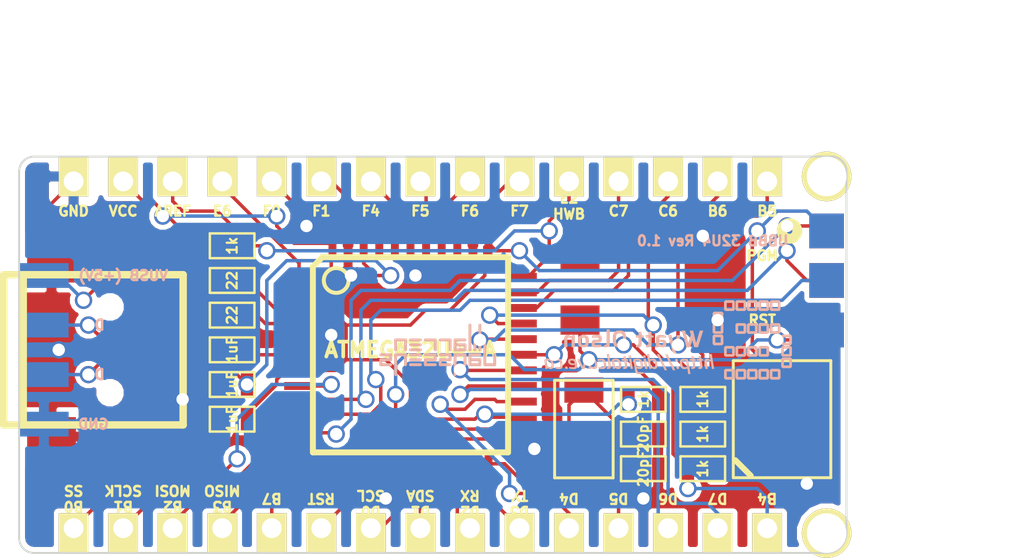
<source format=kicad_pcb>
(kicad_pcb (version 3) (host pcbnew "(22-Jun-2014 BZR 4027)-stable")
  (layers (15 F.Cu signal) (0 B.Cu signal) (18 B.Paste user) (19 F.Paste user) (20 B.SilkS user) (21 F.SilkS user) (22 B.Mask user) (23 F.Mask user) (28 Edge.Cuts user))
  (net 0 "")
  (net 1 +5V)
  (net 2 /AREF)
  (net 3 /B0)
  (net 4 /B1)
  (net 5 /B2)
  (net 6 /B3)
  (net 7 /B4)
  (net 8 /B5)
  (net 9 /B6)
  (net 10 /B7)
  (net 11 /C6)
  (net 12 /C7)
  (net 13 /D+)
  (net 14 /D-)
  (net 15 /D0)
  (net 16 /D1)
  (net 17 /D2)
  (net 18 /D3)
  (net 19 /D4)
  (net 20 /D5)
  (net 21 /D6)
  (net 22 /D7)
  (net 23 /E2)
  (net 24 /E6)
  (net 25 /F0)
  (net 26 /F1)
  (net 27 /F4)
  (net 28 /F5)
  (net 29 /F6)
  (net 30 /F7)
  (net 31 /RESET)
  (net 32 GND)
  (net 33 N-0000011)
  (net 34 N-0000012)
  (net 35 N-0000013)
  (net 36 N-0000029)
  (net 37 N-0000035)
  (net 38 N-0000039)
  (net 39 N-0000040)
  (net 40 N-0000041)
  (module PIN_ARRAY_4x1 (layer B.Cu) (at 26.416 41.656 90)
    (fp_text reference PIN_ARRAY_4X1 hide)
    (fp_text value Val** hide)
    (pad 1 smd rect (at -3.81 0 90) (size 1.27 2.54) (layers B.Cu B.Paste B.Mask) (net 32 GND))
    (pad 2 smd rect (at -1.27 0 90) (size 1.27 2.54) (layers B.Cu B.Paste B.Mask) (net 13 /D+))
    (pad 3 smd rect (at 1.27 0 90) (size 1.27 2.54) (layers B.Cu B.Paste B.Mask) (net 14 /D-))
    (pad 4 smd rect (at 3.81 0 90) (size 1.27 2.54) (layers B.Cu B.Paste B.Mask) (net 1 +5V))
  )
  (module 1pin (layer F.Cu) (at 66.548 51.054)
    (fp_text reference 1PIN hide)
    (fp_text value P*** hide)
    (pad 1 thru_hole circle (at 0 0) (size 2.54 2.54) (drill 2.032) (layers *.Cu *.Mask F.SilkS))
  )
  (module 1pin (layer F.Cu) (at 66.548 32.766)
    (fp_text reference 1PIN hide)
    (fp_text value P*** hide)
    (pad 1 thru_hole circle (at 0 0) (size 2.54 2.54) (drill 2.032) (layers *.Cu *.Mask F.SilkS))
  )
  (module ISP_EDGE (layer F.Cu) (at 69.088 38.1 90)
    (fp_text reference P1 hide)
    (fp_text value ISP hide)
    (pad 5 smd rect (at -2.54 -2.54 90) (size 1.778 1.778) (layers F.Cu F.Paste F.Mask) (net 31 /RESET))
    (pad 3 smd rect (at 0 -2.54 90) (size 1.778 1.778) (layers F.Cu F.Paste F.Mask) (net 4 /B1))
    (pad 1 smd rect (at 2.54 -2.54 90) (size 1.778 1.778) (layers F.Cu F.Paste F.Mask) (net 6 /B3))
    (pad 6 smd rect (at -2.54 -2.54 90) (size 1.778 1.778) (layers B.Cu F.Paste F.Mask) (net 32 GND))
    (pad 4 smd rect (at 0 -2.54 90) (size 1.778 1.778) (layers B.Cu F.Paste F.Mask) (net 5 /B2))
    (pad 2 smd rect (at 2.54 -2.54 90) (size 1.778 1.778) (layers B.Cu F.Paste F.Mask) (net 1 +5V))
  )
  (module DIGITALCAVE_LOGO_WIDE_SMALL_REVERSE (layer F.Cu) (at 58.42 41.148)
    (fp_text reference VAL hide)
    (fp_text value DIGITALCAVE_LOGO_WIDE_SMALL_REVERSE hide)
  )
  (module PIN_ARRAY_5x1 (layer F.Cu) (at 33.02 50.8 180)
    (fp_text reference P7 hide)
    (fp_text value CONN_5 hide)
    (pad 1 thru_hole rect (at -5.08 0 180) (size 1.524 2.032) (drill 1.016 (offset 0 -0.254)) (layers *.Cu *.Mask F.SilkS) (net 10 /B7))
    (pad 2 thru_hole rect (at -2.54 0 180) (size 1.524 2.032) (drill 1.016 (offset 0 -0.254)) (layers *.Cu *.Mask F.SilkS) (net 6 /B3))
    (pad 3 thru_hole rect (at 0 0 180) (size 1.524 2.032) (drill 1.016 (offset 0 -0.254)) (layers *.Cu *.Mask F.SilkS) (net 5 /B2))
    (pad 4 thru_hole rect (at 2.54 0 180) (size 1.524 2.032) (drill 1.016 (offset 0 -0.254)) (layers *.Cu *.Mask F.SilkS) (net 4 /B1))
    (pad 5 thru_hole rect (at 5.08 0 180) (size 1.524 2.032) (drill 1.016 (offset 0 -0.254)) (layers *.Cu *.Mask F.SilkS) (net 3 /B0))
  )
  (module PIN_ARRAY_5x1 (layer F.Cu) (at 45.72 50.8 180)
    (fp_text reference P6 hide)
    (fp_text value CONN_5 hide)
    (pad 1 thru_hole rect (at -5.08 0 180) (size 1.524 2.032) (drill 1.016 (offset 0 -0.254)) (layers *.Cu *.Mask F.SilkS) (net 18 /D3))
    (pad 2 thru_hole rect (at -2.54 0 180) (size 1.524 2.032) (drill 1.016 (offset 0 -0.254)) (layers *.Cu *.Mask F.SilkS) (net 17 /D2))
    (pad 3 thru_hole rect (at 0 0 180) (size 1.524 2.032) (drill 1.016 (offset 0 -0.254)) (layers *.Cu *.Mask F.SilkS) (net 16 /D1))
    (pad 4 thru_hole rect (at 2.54 0 180) (size 1.524 2.032) (drill 1.016 (offset 0 -0.254)) (layers *.Cu *.Mask F.SilkS) (net 15 /D0))
    (pad 5 thru_hole rect (at 5.08 0 180) (size 1.524 2.032) (drill 1.016 (offset 0 -0.254)) (layers *.Cu *.Mask F.SilkS) (net 31 /RESET))
  )
  (module PIN_ARRAY_5x1 (layer F.Cu) (at 58.42 50.8 180)
    (fp_text reference P5 hide)
    (fp_text value CONN_5 hide)
    (pad 1 thru_hole rect (at -5.08 0 180) (size 1.524 2.032) (drill 1.016 (offset 0 -0.254)) (layers *.Cu *.Mask F.SilkS) (net 7 /B4))
    (pad 2 thru_hole rect (at -2.54 0 180) (size 1.524 2.032) (drill 1.016 (offset 0 -0.254)) (layers *.Cu *.Mask F.SilkS) (net 22 /D7))
    (pad 3 thru_hole rect (at 0 0 180) (size 1.524 2.032) (drill 1.016 (offset 0 -0.254)) (layers *.Cu *.Mask F.SilkS) (net 21 /D6))
    (pad 4 thru_hole rect (at 2.54 0 180) (size 1.524 2.032) (drill 1.016 (offset 0 -0.254)) (layers *.Cu *.Mask F.SilkS) (net 20 /D5))
    (pad 5 thru_hole rect (at 5.08 0 180) (size 1.524 2.032) (drill 1.016 (offset 0 -0.254)) (layers *.Cu *.Mask F.SilkS) (net 19 /D4))
  )
  (module PIN_ARRAY_5x1 (layer F.Cu) (at 58.42 33.02)
    (fp_text reference P4 hide)
    (fp_text value CONN_5 hide)
    (pad 1 thru_hole rect (at -5.08 0) (size 1.524 2.032) (drill 1.016 (offset 0 -0.254)) (layers *.Cu *.Mask F.SilkS) (net 23 /E2))
    (pad 2 thru_hole rect (at -2.54 0) (size 1.524 2.032) (drill 1.016 (offset 0 -0.254)) (layers *.Cu *.Mask F.SilkS) (net 12 /C7))
    (pad 3 thru_hole rect (at 0 0) (size 1.524 2.032) (drill 1.016 (offset 0 -0.254)) (layers *.Cu *.Mask F.SilkS) (net 11 /C6))
    (pad 4 thru_hole rect (at 2.54 0) (size 1.524 2.032) (drill 1.016 (offset 0 -0.254)) (layers *.Cu *.Mask F.SilkS) (net 9 /B6))
    (pad 5 thru_hole rect (at 5.08 0) (size 1.524 2.032) (drill 1.016 (offset 0 -0.254)) (layers *.Cu *.Mask F.SilkS) (net 8 /B5))
  )
  (module PIN_ARRAY_5x1 (layer F.Cu) (at 45.72 33.02)
    (fp_text reference P3 hide)
    (fp_text value CONN_5 hide)
    (pad 1 thru_hole rect (at -5.08 0) (size 1.524 2.032) (drill 1.016 (offset 0 -0.254)) (layers *.Cu *.Mask F.SilkS) (net 26 /F1))
    (pad 2 thru_hole rect (at -2.54 0) (size 1.524 2.032) (drill 1.016 (offset 0 -0.254)) (layers *.Cu *.Mask F.SilkS) (net 27 /F4))
    (pad 3 thru_hole rect (at 0 0) (size 1.524 2.032) (drill 1.016 (offset 0 -0.254)) (layers *.Cu *.Mask F.SilkS) (net 28 /F5))
    (pad 4 thru_hole rect (at 2.54 0) (size 1.524 2.032) (drill 1.016 (offset 0 -0.254)) (layers *.Cu *.Mask F.SilkS) (net 29 /F6))
    (pad 5 thru_hole rect (at 5.08 0) (size 1.524 2.032) (drill 1.016 (offset 0 -0.254)) (layers *.Cu *.Mask F.SilkS) (net 30 /F7))
  )
  (module PIN_ARRAY_5x1 (layer F.Cu) (at 33.02 33.02)
    (fp_text reference P2 hide)
    (fp_text value CONN_5 hide)
    (pad 1 thru_hole rect (at -5.08 0) (size 1.524 2.032) (drill 1.016 (offset 0 -0.254)) (layers *.Cu *.Mask F.SilkS) (net 32 GND))
    (pad 2 thru_hole rect (at -2.54 0) (size 1.524 2.032) (drill 1.016 (offset 0 -0.254)) (layers *.Cu *.Mask F.SilkS) (net 1 +5V))
    (pad 3 thru_hole rect (at 0 0) (size 1.524 2.032) (drill 1.016 (offset 0 -0.254)) (layers *.Cu *.Mask F.SilkS) (net 2 /AREF))
    (pad 4 thru_hole rect (at 2.54 0) (size 1.524 2.032) (drill 1.016 (offset 0 -0.254)) (layers *.Cu *.Mask F.SilkS) (net 24 /E6))
    (pad 5 thru_hole rect (at 5.08 0) (size 1.524 2.032) (drill 1.016 (offset 0 -0.254)) (layers *.Cu *.Mask F.SilkS) (net 25 /F0))
  )
  (module SW_6x3 (layer F.Cu) (at 57.404 40.132 180)
    (fp_text reference SW1 hide)
    (fp_text value SW_PUSH_SMALL hide)
    (pad 1 smd rect (at -3.5 0 180) (size 2 1.5) (layers F.Cu F.Paste F.Mask) (net 32 GND))
    (pad 2 smd rect (at 3.5 0 180) (size 2 1.5) (layers F.Cu F.Paste F.Mask) (net 31 /RESET))
  )
  (module SW_6x3 (layer F.Cu) (at 57.404 36.83)
    (fp_text reference SW2 hide)
    (fp_text value SW_PUSH_SMALL hide)
    (pad 1 smd rect (at -3.5 0) (size 2 1.5) (layers F.Cu F.Paste F.Mask) (net 23 /E2))
    (pad 2 smd rect (at 3.5 0) (size 2 1.5) (layers F.Cu F.Paste F.Mask) (net 32 GND))
  )
  (module USB_MINI_B_fixed (layer F.Cu) (at 28.956 41.656)
    (fp_text reference CON1 hide)
    (fp_text value USB-MINI-B hide)
    (pad 1 smd rect (at 3.44932 -1.6002) (size 2.30124 0.50038) (layers F.Cu F.Paste F.Mask) (net 1 +5V))
    (pad 2 smd rect (at 3.44932 -0.8001) (size 2.30124 0.50038) (layers F.Cu F.Paste F.Mask) (net 14 /D-))
    (pad 3 smd rect (at 3.44932 0) (size 2.30124 0.50038) (layers F.Cu F.Paste F.Mask) (net 13 /D+))
    (pad 4 smd rect (at 3.44932 0.8001) (size 2.30124 0.50038) (layers F.Cu F.Paste F.Mask))
    (pad 5 smd rect (at 3.44932 1.6002) (size 2.30124 0.50038) (layers F.Cu F.Paste F.Mask) (net 32 GND))
    (pad 6 smd rect (at 3.35026 -4.45008) (size 2.49936 1.99898) (layers F.Cu F.Paste F.Mask) (net 32 GND))
    (pad 7 smd rect (at -2.14884 -4.45008) (size 2.49936 1.99898) (layers F.Cu F.Paste F.Mask) (net 32 GND))
    (pad 8 smd rect (at 3.35026 4.45008) (size 2.49936 1.99898) (layers F.Cu F.Paste F.Mask) (net 32 GND))
    (pad 9 smd rect (at -2.14884 4.45008) (size 2.49936 1.99898) (layers F.Cu F.Paste F.Mask) (net 32 GND))
    (pad "" np_thru_hole circle (at 0.8509 -2.19964) (size 0.89916 0.89916) (drill 0.89916) (layers *.Cu *.Mask F.SilkS))
    (pad "" np_thru_hole circle (at 0.8509 2.19964) (size 0.89916 0.89916) (drill 0.89916) (layers *.Cu *.Mask F.SilkS))
  )
  (module TQFP44 (layer F.Cu) (at 45.212 41.91)
    (fp_text reference U1 hide)
    (fp_text value ATMEGA32U4-A (at 0 -0.254) (layer F.SilkS) (effects (font (size 0.762 0.762) (thickness 0.1905))))
    (pad 39 smd rect (at 0 -5.715) (size 0.4064 1.524) (layers F.Cu F.Paste F.Mask) (net 27 /F4))
    (pad 40 smd rect (at -0.8001 -5.715) (size 0.4064 1.524) (layers F.Cu F.Paste F.Mask) (net 26 /F1))
    (pad 41 smd rect (at -1.6002 -5.715) (size 0.4064 1.524) (layers F.Cu F.Paste F.Mask) (net 25 /F0))
    (pad 42 smd rect (at -2.4003 -5.715) (size 0.4064 1.524) (layers F.Cu F.Paste F.Mask) (net 2 /AREF))
    (pad 43 smd rect (at -3.2004 -5.715) (size 0.4064 1.524) (layers F.Cu F.Paste F.Mask) (net 32 GND))
    (pad 44 smd rect (at -4.0005 -5.715) (size 0.4064 1.524) (layers F.Cu F.Paste F.Mask) (net 1 +5V))
    (pad 38 smd rect (at 0.8001 -5.715) (size 0.4064 1.524) (layers F.Cu F.Paste F.Mask) (net 28 /F5))
    (pad 37 smd rect (at 1.6002 -5.715) (size 0.4064 1.524) (layers F.Cu F.Paste F.Mask) (net 29 /F6))
    (pad 36 smd rect (at 2.4003 -5.715) (size 0.4064 1.524) (layers F.Cu F.Paste F.Mask) (net 30 /F7))
    (pad 35 smd rect (at 3.2004 -5.715) (size 0.4064 1.524) (layers F.Cu F.Paste F.Mask) (net 32 GND))
    (pad 34 smd rect (at 4.0005 -5.715) (size 0.4064 1.524) (layers F.Cu F.Paste F.Mask) (net 1 +5V))
    (pad 17 smd rect (at 0 5.715) (size 0.4064 1.524) (layers F.Cu F.Paste F.Mask) (net 40 N-0000041))
    (pad 16 smd rect (at -0.8001 5.715) (size 0.4064 1.524) (layers F.Cu F.Paste F.Mask) (net 37 N-0000035))
    (pad 15 smd rect (at -1.6002 5.715) (size 0.4064 1.524) (layers F.Cu F.Paste F.Mask) (net 32 GND))
    (pad 14 smd rect (at -2.4003 5.715) (size 0.4064 1.524) (layers F.Cu F.Paste F.Mask) (net 1 +5V))
    (pad 13 smd rect (at -3.2004 5.715) (size 0.4064 1.524) (layers F.Cu F.Paste F.Mask) (net 31 /RESET))
    (pad 12 smd rect (at -4.0005 5.715) (size 0.4064 1.524) (layers F.Cu F.Paste F.Mask) (net 10 /B7))
    (pad 18 smd rect (at 0.8001 5.715) (size 0.4064 1.524) (layers F.Cu F.Paste F.Mask) (net 15 /D0))
    (pad 19 smd rect (at 1.6002 5.715) (size 0.4064 1.524) (layers F.Cu F.Paste F.Mask) (net 16 /D1))
    (pad 20 smd rect (at 2.4003 5.715) (size 0.4064 1.524) (layers F.Cu F.Paste F.Mask) (net 17 /D2))
    (pad 21 smd rect (at 3.2004 5.715) (size 0.4064 1.524) (layers F.Cu F.Paste F.Mask) (net 18 /D3))
    (pad 22 smd rect (at 4.0005 5.715) (size 0.4064 1.524) (layers F.Cu F.Paste F.Mask) (net 20 /D5))
    (pad 6 smd rect (at -5.715 0) (size 1.524 0.4064) (layers F.Cu F.Paste F.Mask) (net 39 N-0000040))
    (pad 28 smd rect (at 5.715 0) (size 1.524 0.4064) (layers F.Cu F.Paste F.Mask) (net 7 /B4))
    (pad 7 smd rect (at -5.715 0.8001) (size 1.524 0.4064) (layers F.Cu F.Paste F.Mask) (net 1 +5V))
    (pad 27 smd rect (at 5.715 0.8001) (size 1.524 0.4064) (layers F.Cu F.Paste F.Mask) (net 22 /D7))
    (pad 26 smd rect (at 5.715 1.6002) (size 1.524 0.4064) (layers F.Cu F.Paste F.Mask) (net 21 /D6))
    (pad 8 smd rect (at -5.715 1.6002) (size 1.524 0.4064) (layers F.Cu F.Paste F.Mask) (net 3 /B0))
    (pad 9 smd rect (at -5.715 2.4003) (size 1.524 0.4064) (layers F.Cu F.Paste F.Mask) (net 4 /B1))
    (pad 25 smd rect (at 5.715 2.4003) (size 1.524 0.4064) (layers F.Cu F.Paste F.Mask) (net 19 /D4))
    (pad 24 smd rect (at 5.715 3.2004) (size 1.524 0.4064) (layers F.Cu F.Paste F.Mask) (net 1 +5V))
    (pad 10 smd rect (at -5.715 3.2004) (size 1.524 0.4064) (layers F.Cu F.Paste F.Mask) (net 5 /B2))
    (pad 11 smd rect (at -5.715 4.0005) (size 1.524 0.4064) (layers F.Cu F.Paste F.Mask) (net 6 /B3))
    (pad 23 smd rect (at 5.715 4.0005) (size 1.524 0.4064) (layers F.Cu F.Paste F.Mask) (net 32 GND))
    (pad 29 smd rect (at 5.715 -0.8001) (size 1.524 0.4064) (layers F.Cu F.Paste F.Mask) (net 8 /B5))
    (pad 5 smd rect (at -5.715 -0.8001) (size 1.524 0.4064) (layers F.Cu F.Paste F.Mask) (net 32 GND))
    (pad 4 smd rect (at -5.715 -1.6002) (size 1.524 0.4064) (layers F.Cu F.Paste F.Mask) (net 38 N-0000039))
    (pad 30 smd rect (at 5.715 -1.6002) (size 1.524 0.4064) (layers F.Cu F.Paste F.Mask) (net 9 /B6))
    (pad 31 smd rect (at 5.715 -2.4003) (size 1.524 0.4064) (layers F.Cu F.Paste F.Mask) (net 11 /C6))
    (pad 3 smd rect (at -5.715 -2.4003) (size 1.524 0.4064) (layers F.Cu F.Paste F.Mask) (net 36 N-0000029))
    (pad 2 smd rect (at -5.715 -3.2004) (size 1.524 0.4064) (layers F.Cu F.Paste F.Mask) (net 1 +5V))
    (pad 32 smd rect (at 5.715 -3.2004) (size 1.524 0.4064) (layers F.Cu F.Paste F.Mask) (net 12 /C7))
    (pad 33 smd rect (at 5.715 -4.0005) (size 1.524 0.4064) (layers F.Cu F.Paste F.Mask) (net 23 /E2))
    (pad 1 smd rect (at -5.715 -4.0005) (size 1.524 0.4064) (layers F.Cu F.Paste F.Mask) (net 24 /E6))
  )
  (module SM0603_VALUE (layer F.Cu) (at 36.068 36.322 180)
    (fp_text reference R6 hide)
    (fp_text value 1k (at 0 0 270) (layer F.SilkS) (effects (font (size 0.508 0.508) (thickness 0.1143))))
    (pad 1 smd rect (at -0.762 0 180) (size 0.635 1.143) (layers F.Cu F.Paste F.Mask) (net 23 /E2))
    (pad 2 smd rect (at 0.762 0 180) (size 0.635 1.143) (layers F.Cu F.Paste F.Mask) (net 1 +5V))
  )
  (module SM0603_VALUE (layer F.Cu) (at 60.198 47.752 180)
    (fp_text reference R5 hide)
    (fp_text value 1k (at 0 0 270) (layer F.SilkS) (effects (font (size 0.508 0.508) (thickness 0.1143))))
    (pad 1 smd rect (at -0.762 0 180) (size 0.635 1.143) (layers F.Cu F.Paste F.Mask) (net 35 N-0000013))
    (pad 2 smd rect (at 0.762 0 180) (size 0.635 1.143) (layers F.Cu F.Paste F.Mask) (net 7 /B4))
  )
  (module SM0603_VALUE (layer F.Cu) (at 57.15 44.196)
    (fp_text reference R4 hide)
    (fp_text value 1k (at 0 0 90) (layer F.SilkS) (effects (font (size 0.508 0.508) (thickness 0.1143))))
    (pad 1 smd rect (at -0.762 0) (size 0.635 1.143) (layers F.Cu F.Paste F.Mask) (net 1 +5V))
    (pad 2 smd rect (at 0.762 0) (size 0.635 1.143) (layers F.Cu F.Paste F.Mask) (net 31 /RESET))
  )
  (module SM0603_VALUE (layer F.Cu) (at 57.15 45.974)
    (fp_text reference C2 hide)
    (fp_text value 20pF (at 0 0 90) (layer F.SilkS) (effects (font (size 0.508 0.508) (thickness 0.1143))))
    (pad 1 smd rect (at -0.762 0) (size 0.635 1.143) (layers F.Cu F.Paste F.Mask) (net 37 N-0000035))
    (pad 2 smd rect (at 0.762 0) (size 0.635 1.143) (layers F.Cu F.Paste F.Mask) (net 32 GND))
  )
  (module SM0603_VALUE (layer F.Cu) (at 57.15 47.752)
    (fp_text reference C1 hide)
    (fp_text value 20pF (at 0 0 90) (layer F.SilkS) (effects (font (size 0.508 0.508) (thickness 0.1143))))
    (pad 1 smd rect (at -0.762 0) (size 0.635 1.143) (layers F.Cu F.Paste F.Mask) (net 40 N-0000041))
    (pad 2 smd rect (at 0.762 0) (size 0.635 1.143) (layers F.Cu F.Paste F.Mask) (net 32 GND))
  )
  (module SM0603_VALUE (layer F.Cu) (at 36.068 39.878)
    (fp_text reference R2 hide)
    (fp_text value 22 (at 0 0 90) (layer F.SilkS) (effects (font (size 0.508 0.508) (thickness 0.1143))))
    (pad 1 smd rect (at -0.762 0) (size 0.635 1.143) (layers F.Cu F.Paste F.Mask) (net 13 /D+))
    (pad 2 smd rect (at 0.762 0) (size 0.635 1.143) (layers F.Cu F.Paste F.Mask) (net 38 N-0000039))
  )
  (module SM0603_VALUE (layer F.Cu) (at 36.068 38.1)
    (fp_text reference R3 hide)
    (fp_text value 22 (at 0 0 90) (layer F.SilkS) (effects (font (size 0.508 0.508) (thickness 0.1143))))
    (pad 1 smd rect (at -0.762 0) (size 0.635 1.143) (layers F.Cu F.Paste F.Mask) (net 14 /D-))
    (pad 2 smd rect (at 0.762 0) (size 0.635 1.143) (layers F.Cu F.Paste F.Mask) (net 36 N-0000029))
  )
  (module SM0603_VALUE (layer F.Cu) (at 36.068 41.656)
    (fp_text reference C4 hide)
    (fp_text value 1uF (at 0 0 90) (layer F.SilkS) (effects (font (size 0.508 0.508) (thickness 0.1143))))
    (pad 1 smd rect (at -0.762 0) (size 0.635 1.143) (layers F.Cu F.Paste F.Mask) (net 32 GND))
    (pad 2 smd rect (at 0.762 0) (size 0.635 1.143) (layers F.Cu F.Paste F.Mask) (net 39 N-0000040))
  )
  (module SM0603_VALUE (layer F.Cu) (at 36.068 43.434)
    (fp_text reference C3 hide)
    (fp_text value 1uF (at 0 0 90) (layer F.SilkS) (effects (font (size 0.508 0.508) (thickness 0.1143))))
    (pad 1 smd rect (at -0.762 0) (size 0.635 1.143) (layers F.Cu F.Paste F.Mask) (net 32 GND))
    (pad 2 smd rect (at 0.762 0) (size 0.635 1.143) (layers F.Cu F.Paste F.Mask) (net 2 /AREF))
  )
  (module CRYSTAL_SMD_5x3.2 (layer F.Cu) (at 54.102 45.72 270)
    (fp_text reference X1 hide)
    (fp_text value CRYSTAL hide)
    (pad 1 smd rect (at -2 0 270) (size 1.3 2) (layers F.Cu F.Paste F.Mask) (net 37 N-0000035))
    (pad 2 smd rect (at 2 0 270) (size 1.3 2) (layers F.Cu F.Paste F.Mask) (net 40 N-0000041))
  )
  (module SM0603_VALUE (layer F.Cu) (at 36.068 45.212 180)
    (fp_text reference C5 hide)
    (fp_text value 1uF (at 0 0 270) (layer F.SilkS) (effects (font (size 0.508 0.508) (thickness 0.1143))))
    (pad 1 smd rect (at -0.762 0 180) (size 0.635 1.143) (layers F.Cu F.Paste F.Mask) (net 1 +5V))
    (pad 2 smd rect (at 0.762 0 180) (size 0.635 1.143) (layers F.Cu F.Paste F.Mask) (net 32 GND))
  )
  (module SM0603_VALUE (layer F.Cu) (at 60.198 45.974 180)
    (fp_text reference R7 hide)
    (fp_text value 1k (at 0 0 270) (layer F.SilkS) (effects (font (size 0.508 0.508) (thickness 0.1143))))
    (pad 1 smd rect (at -0.762 0 180) (size 0.635 1.143) (layers F.Cu F.Paste F.Mask) (net 34 N-0000012))
    (pad 2 smd rect (at 0.762 0 180) (size 0.635 1.143) (layers F.Cu F.Paste F.Mask) (net 8 /B5))
  )
  (module SM0603_VALUE (layer F.Cu) (at 60.198 44.196 180)
    (fp_text reference R8 hide)
    (fp_text value 1k (at 0 0 270) (layer F.SilkS) (effects (font (size 0.508 0.508) (thickness 0.1143))))
    (pad 1 smd rect (at -0.762 0 180) (size 0.635 1.143) (layers F.Cu F.Paste F.Mask) (net 33 N-0000011))
    (pad 2 smd rect (at 0.762 0 180) (size 0.635 1.143) (layers F.Cu F.Paste F.Mask) (net 9 /B6))
  )
  (module LED_RGB_4-PLCC (layer F.Cu) (at 64.262 45.212 90)
    (fp_text reference D2 hide)
    (fp_text value RGB_LED_COMMON_ANODE hide)
    (pad 1 smd rect (at -1.5 -1 90) (size 1.5 1.2) (layers F.Cu F.Paste F.Mask) (net 35 N-0000013))
    (pad 2 smd rect (at -1.5 1 90) (size 1.5 1.2) (layers F.Cu F.Paste F.Mask) (net 1 +5V))
    (pad 3 smd rect (at 1.5 1 90) (size 1.5 1.2) (layers F.Cu F.Paste F.Mask) (net 34 N-0000012))
    (pad 4 smd rect (at 1.5 -1 90) (size 1.5 1.2) (layers F.Cu F.Paste F.Mask) (net 33 N-0000011))
  )
  (module WJ10 (layer B.Cu) (at 46.736 41.91 180)
    (fp_text reference WJ10 hide)
    (fp_text value VAL** hide)
  )
  (gr_text GND (at 28.956 45.466) (layer B.SilkS) (effects (font (size 0.508 0.508) (thickness 0.127)) (justify mirror)))
  (gr_text D+ (at 28.956 42.926) (layer B.SilkS) (effects (font (size 0.508 0.508) (thickness 0.127)) (justify mirror)))
  (gr_text D- (at 28.956 40.386) (layer B.SilkS) (effects (font (size 0.508 0.508) (thickness 0.127)) (justify mirror)))
  (gr_text "VUSB (+5V)" (at 30.48 37.846) (layer B.SilkS) (effects (font (size 0.508 0.508) (thickness 0.127)) (justify mirror)))
  (gr_line (start 25.908 31.75) (end 66.802 31.75) (angle 90) (layer Edge.Cuts) (width 0.1))
  (gr_line (start 66.548 52.07) (end 25.908 52.07) (angle 90) (layer Edge.Cuts) (width 0.1))
  (gr_text "UBBB 32U4 Rev 1.0" (at 60.706 36.068) (layer B.SilkS) (effects (font (size 0.508 0.508) (thickness 0.127)) (justify mirror)))
  (gr_line (start 67.564 51.054) (end 67.564 32.512) (angle 90) (layer Edge.Cuts) (width 0.1))
  (gr_line (start 25.146 32.512) (end 25.146 51.308) (angle 90) (layer Edge.Cuts) (width 0.1))
  (gr_arc (start 25.908 32.512) (end 25.146 32.512) (angle 90) (layer Edge.Cuts) (width 0.1))
  (gr_arc (start 25.908 51.308) (end 25.908 52.07) (angle 90) (layer Edge.Cuts) (width 0.1))
  (gr_arc (start 66.548 51.054) (end 67.564 51.054) (angle 90) (layer Edge.Cuts) (width 0.1))
  (gr_arc (start 66.802 32.512) (end 66.802 31.75) (angle 90) (layer Edge.Cuts) (width 0.1))
  (gr_text "B0\nSS" (at 27.94 49.276 180) (layer F.SilkS) (effects (font (size 0.508 0.508) (thickness 0.127))))
  (gr_text "B1\nSCLK" (at 30.48 49.276 180) (layer F.SilkS) (effects (font (size 0.508 0.508) (thickness 0.127))))
  (gr_text "B2\nMOSI" (at 33.02 49.276 180) (layer F.SilkS) (effects (font (size 0.508 0.508) (thickness 0.127))))
  (gr_text "B3\nMISO" (at 35.56 49.276 180) (layer F.SilkS) (effects (font (size 0.508 0.508) (thickness 0.127))))
  (gr_text B7 (at 38.1 49.276 180) (layer F.SilkS) (effects (font (size 0.508 0.508) (thickness 0.127))))
  (gr_text RST (at 40.64 49.276 180) (layer F.SilkS) (effects (font (size 0.508 0.508) (thickness 0.127))))
  (gr_text "D0\nSCL" (at 43.18 49.53 180) (layer F.SilkS) (effects (font (size 0.508 0.508) (thickness 0.127))))
  (gr_text "D1\nSDA" (at 45.72 49.53 180) (layer F.SilkS) (effects (font (size 0.508 0.508) (thickness 0.127))))
  (gr_text "D2\nRX" (at 48.26 49.53 180) (layer F.SilkS) (effects (font (size 0.508 0.508) (thickness 0.127))))
  (gr_text "D3\nTX" (at 50.8 49.53 180) (layer F.SilkS) (effects (font (size 0.508 0.508) (thickness 0.127))))
  (gr_text D4 (at 53.34 49.276 180) (layer F.SilkS) (effects (font (size 0.508 0.508) (thickness 0.127))))
  (gr_text D5 (at 55.88 49.276 180) (layer F.SilkS) (effects (font (size 0.508 0.508) (thickness 0.127))))
  (gr_text D6 (at 58.42 49.276 180) (layer F.SilkS) (effects (font (size 0.508 0.508) (thickness 0.127))))
  (gr_text D7 (at 60.96 49.276 180) (layer F.SilkS) (effects (font (size 0.508 0.508) (thickness 0.127))))
  (gr_text B4 (at 63.5 49.276 180) (layer F.SilkS) (effects (font (size 0.508 0.508) (thickness 0.127))))
  (gr_text B5 (at 63.5 34.544) (layer F.SilkS) (effects (font (size 0.508 0.508) (thickness 0.127))))
  (gr_text B6 (at 60.96 34.544) (layer F.SilkS) (effects (font (size 0.508 0.508) (thickness 0.127))))
  (gr_text C6 (at 58.42 34.544) (layer F.SilkS) (effects (font (size 0.508 0.508) (thickness 0.127))))
  (gr_text C7 (at 55.88 34.544) (layer F.SilkS) (effects (font (size 0.508 0.508) (thickness 0.127))))
  (gr_text "E2\nHWB" (at 53.34 34.29) (layer F.SilkS) (effects (font (size 0.508 0.508) (thickness 0.127))))
  (gr_text F7 (at 50.8 34.544) (layer F.SilkS) (effects (font (size 0.508 0.508) (thickness 0.127))))
  (gr_text F6 (at 48.26 34.544) (layer F.SilkS) (effects (font (size 0.508 0.508) (thickness 0.127))))
  (gr_text F5 (at 45.72 34.544) (layer F.SilkS) (effects (font (size 0.508 0.508) (thickness 0.127))))
  (gr_text F4 (at 43.18 34.544) (layer F.SilkS) (effects (font (size 0.508 0.508) (thickness 0.127))))
  (gr_text F1 (at 40.64 34.544) (layer F.SilkS) (effects (font (size 0.508 0.508) (thickness 0.127))))
  (gr_text F0 (at 38.1 34.544) (layer F.SilkS) (effects (font (size 0.508 0.508) (thickness 0.127))))
  (gr_text E6 (at 35.56 34.544) (layer F.SilkS) (effects (font (size 0.508 0.508) (thickness 0.127))))
  (gr_text AREF (at 33.02 34.544) (layer F.SilkS) (effects (font (size 0.508 0.508) (thickness 0.127))))
  (gr_text VCC (at 30.48 34.544) (layer F.SilkS) (effects (font (size 0.508 0.508) (thickness 0.127))))
  (gr_text GND (at 27.94 34.544) (layer F.SilkS) (effects (font (size 0.508 0.508) (thickness 0.127))))
  (gr_text RST (at 63.246 40.132) (layer F.SilkS) (effects (font (size 0.508 0.508) (thickness 0.127))))
  (gr_text PGM (at 63.246 36.83) (layer F.SilkS) (effects (font (size 0.508 0.508) (thickness 0.127))))
  (segment (start 50.8 36.576) (end 49.5935 36.576) (width 0.1778) (layer F.Cu) (net 1))
  (segment (start 49.5935 36.576) (end 49.2125 36.195) (width 0.1778) (layer F.Cu) (net 1))
  (segment (start 38.354 34.798) (end 38.354 35.306) (width 0.1778) (layer F.Cu) (net 1))
  (segment (start 39.243 36.195) (end 41.2115 36.195) (width 0.1778) (layer F.Cu) (net 1))
  (segment (start 38.354 35.306) (end 39.243 36.195) (width 0.1778) (layer F.Cu) (net 1))
  (segment (start 35.306 36.322) (end 34.29 36.322) (width 0.1778) (layer F.Cu) (net 1))
  (via (at 38.354 34.798) (size 0.889) (layers F.Cu B.Cu) (net 1))
  (segment (start 38.354 34.798) (end 32.512 34.798) (width 0.1778) (layer B.Cu) (net 1))
  (via (at 32.512 34.798) (size 0.889) (layers F.Cu B.Cu) (net 1))
  (segment (start 32.766 34.798) (end 32.512 34.798) (width 0.1778) (layer F.Cu) (net 1))
  (segment (start 34.29 38.354) (end 34.29 36.322) (width 0.1778) (layer F.Cu) (net 1))
  (segment (start 32.5882 40.0558) (end 34.29 38.354) (width 0.1778) (layer F.Cu) (net 1))
  (segment (start 32.40532 40.0558) (end 32.5882 40.0558) (width 0.1778) (layer F.Cu) (net 1))
  (segment (start 34.29 36.322) (end 32.766 34.798) (width 0.1778) (layer F.Cu) (net 1))
  (segment (start 32.766 34.798) (end 32.004 34.036) (width 0.1778) (layer F.Cu) (net 1))
  (segment (start 32.004 34.036) (end 31.496 34.036) (width 0.1778) (layer F.Cu) (net 1))
  (segment (start 31.496 34.036) (end 30.48 33.02) (width 0.1778) (layer F.Cu) (net 1))
  (segment (start 32.40532 40.0558) (end 31.9278 40.0558) (width 0.1778) (layer F.Cu) (net 1))
  (segment (start 27.178 37.846) (end 26.416 37.846) (width 0.1778) (layer B.Cu) (net 1))
  (segment (start 28.448 39.116) (end 27.178 37.846) (width 0.1778) (layer B.Cu) (net 1))
  (via (at 28.448 39.116) (size 0.889) (layers F.Cu B.Cu) (net 1))
  (segment (start 29.21 38.354) (end 28.448 39.116) (width 0.1778) (layer F.Cu) (net 1))
  (segment (start 30.226 38.354) (end 29.21 38.354) (width 0.1778) (layer F.Cu) (net 1))
  (segment (start 31.9278 40.0558) (end 30.226 38.354) (width 0.1778) (layer F.Cu) (net 1))
  (segment (start 49.022 44.958) (end 48.768 44.958) (width 0.1778) (layer F.Cu) (net 1))
  (segment (start 48.514 45.212) (end 45.212 45.212) (width 0.1778) (layer F.Cu) (net 1))
  (segment (start 48.768 44.958) (end 48.514 45.212) (width 0.1778) (layer F.Cu) (net 1))
  (segment (start 50.927 45.1104) (end 49.1744 45.1104) (width 0.1778) (layer F.Cu) (net 1))
  (segment (start 55.372 44.958) (end 55.88 44.45) (width 0.1778) (layer B.Cu) (net 1))
  (segment (start 49.022 44.958) (end 55.372 44.958) (width 0.1778) (layer B.Cu) (net 1))
  (via (at 49.022 44.958) (size 0.889) (layers F.Cu B.Cu) (net 1))
  (segment (start 49.1744 45.1104) (end 49.022 44.958) (width 0.1778) (layer F.Cu) (net 1))
  (segment (start 56.388 44.45) (end 56.388 44.196) (width 0.1778) (layer F.Cu) (net 1))
  (via (at 56.388 44.45) (size 0.889) (layers F.Cu B.Cu) (net 1))
  (segment (start 55.88 44.45) (end 56.388 44.45) (width 0.1778) (layer B.Cu) (net 1))
  (segment (start 64.008 34.544) (end 65.532 34.544) (width 0.1778) (layer B.Cu) (net 1))
  (segment (start 65.532 34.544) (end 66.548 35.56) (width 0.1778) (layer B.Cu) (net 1))
  (segment (start 62.738 39.116) (end 64.008 39.116) (width 0.1778) (layer F.Cu) (net 1))
  (segment (start 65.786 42.164) (end 63.246 42.164) (width 0.1778) (layer F.Cu) (net 1))
  (segment (start 62.738 35.814) (end 62.992 35.56) (width 0.1778) (layer F.Cu) (net 1))
  (segment (start 62.738 41.656) (end 62.738 39.116) (width 0.1778) (layer F.Cu) (net 1))
  (segment (start 62.738 39.116) (end 62.738 35.814) (width 0.1778) (layer F.Cu) (net 1))
  (segment (start 63.246 42.164) (end 62.738 41.656) (width 0.1778) (layer F.Cu) (net 1))
  (segment (start 65.786 42.164) (end 66.294 42.672) (width 0.1778) (layer F.Cu) (net 1))
  (segment (start 66.294 45.68) (end 65.262 46.712) (width 0.1778) (layer F.Cu) (net 1))
  (segment (start 66.294 42.672) (end 66.294 45.68) (width 0.1778) (layer F.Cu) (net 1))
  (via (at 62.992 35.56) (size 0.889) (layers F.Cu B.Cu) (net 1))
  (segment (start 45.212 45.212) (end 45.212 44.196) (width 0.1778) (layer F.Cu) (net 1))
  (segment (start 45.212 43.434) (end 43.942 42.164) (width 0.1778) (layer F.Cu) (net 1))
  (segment (start 43.942 42.164) (end 41.91 42.164) (width 0.1778) (layer F.Cu) (net 1))
  (segment (start 45.212 44.196) (end 45.212 43.434) (width 0.1778) (layer F.Cu) (net 1))
  (segment (start 49.022 37.846) (end 49.022 36.3855) (width 0.1778) (layer F.Cu) (net 1))
  (segment (start 47.244 39.624) (end 45.974 39.624) (width 0.1778) (layer F.Cu) (net 1))
  (segment (start 45.212 40.386) (end 41.91 40.386) (width 0.1778) (layer F.Cu) (net 1))
  (segment (start 45.974 39.624) (end 45.212 40.386) (width 0.1778) (layer F.Cu) (net 1))
  (segment (start 49.022 36.3855) (end 49.2125 36.195) (width 0.1778) (layer F.Cu) (net 1))
  (segment (start 47.244 39.624) (end 49.022 37.846) (width 0.1778) (layer F.Cu) (net 1))
  (via (at 50.8 36.576) (size 0.889) (layers F.Cu B.Cu) (net 1))
  (segment (start 50.8 36.576) (end 51.816 37.592) (width 0.1778) (layer B.Cu) (net 1))
  (segment (start 51.816 37.592) (end 60.96 37.592) (width 0.1778) (layer B.Cu) (net 1))
  (segment (start 60.96 37.592) (end 62.992 35.56) (width 0.1778) (layer B.Cu) (net 1))
  (segment (start 62.992 35.56) (end 64.008 34.544) (width 0.1778) (layer B.Cu) (net 1))
  (segment (start 41.148 38.608) (end 41.148 39.624) (width 0.1778) (layer F.Cu) (net 1))
  (segment (start 41.148 39.624) (end 41.91 40.386) (width 0.1778) (layer F.Cu) (net 1))
  (segment (start 41.3639 42.7101) (end 39.497 42.7101) (width 0.1778) (layer F.Cu) (net 1))
  (segment (start 41.91 42.164) (end 41.3639 42.7101) (width 0.1778) (layer F.Cu) (net 1))
  (segment (start 41.91 40.386) (end 41.91 42.164) (width 0.1778) (layer F.Cu) (net 1))
  (segment (start 42.8117 46.8503) (end 42.8117 47.625) (width 0.1778) (layer F.Cu) (net 1))
  (segment (start 45.212 45.212) (end 43.942 46.482) (width 0.1778) (layer F.Cu) (net 1))
  (segment (start 43.942 46.482) (end 43.18 46.482) (width 0.1778) (layer F.Cu) (net 1))
  (segment (start 43.18 46.482) (end 42.8117 46.8503) (width 0.1778) (layer F.Cu) (net 1))
  (segment (start 36.83 45.212) (end 36.83 44.958) (width 0.1778) (layer F.Cu) (net 1))
  (segment (start 36.83 44.958) (end 38.354 43.434) (width 0.1778) (layer F.Cu) (net 1))
  (segment (start 38.354 43.434) (end 38.354 43.18) (width 0.1778) (layer F.Cu) (net 1))
  (segment (start 38.354 43.18) (end 38.8239 42.7101) (width 0.1778) (layer F.Cu) (net 1))
  (segment (start 38.8239 42.7101) (end 39.497 42.7101) (width 0.1778) (layer F.Cu) (net 1))
  (segment (start 41.148 38.608) (end 41.148 36.2585) (width 0.1778) (layer F.Cu) (net 1))
  (segment (start 41.148 36.2585) (end 41.2115 36.195) (width 0.1778) (layer F.Cu) (net 1))
  (segment (start 40.2844 38.7096) (end 39.497 38.7096) (width 0.1778) (layer F.Cu) (net 1))
  (segment (start 40.386 38.608) (end 40.2844 38.7096) (width 0.1778) (layer F.Cu) (net 1))
  (segment (start 41.148 38.608) (end 40.386 38.608) (width 0.1778) (layer F.Cu) (net 1))
  (segment (start 44.196 37.846) (end 43.434 37.846) (width 0.1778) (layer F.Cu) (net 2))
  (segment (start 42.8117 37.2237) (end 42.8117 36.195) (width 0.1778) (layer F.Cu) (net 2))
  (segment (start 43.434 37.846) (end 42.8117 37.2237) (width 0.1778) (layer F.Cu) (net 2))
  (segment (start 37.846 42.418) (end 36.83 43.434) (width 0.1778) (layer B.Cu) (net 2))
  (segment (start 37.846 38.1) (end 37.846 42.418) (width 0.1778) (layer B.Cu) (net 2))
  (segment (start 38.862 37.084) (end 37.846 38.1) (width 0.1778) (layer B.Cu) (net 2))
  (segment (start 43.434 37.084) (end 38.862 37.084) (width 0.1778) (layer B.Cu) (net 2))
  (segment (start 44.196 37.846) (end 43.434 37.084) (width 0.1778) (layer B.Cu) (net 2))
  (via (at 44.196 37.846) (size 0.889) (layers F.Cu B.Cu) (net 2))
  (via (at 36.83 43.434) (size 0.889) (layers F.Cu B.Cu) (net 2))
  (segment (start 36.068 42.418) (end 36.068 42.672) (width 0.1778) (layer F.Cu) (net 2))
  (segment (start 33.02 34.036) (end 33.02 33.02) (width 0.1778) (layer F.Cu) (net 2))
  (segment (start 33.528 34.544) (end 33.02 34.036) (width 0.1778) (layer F.Cu) (net 2))
  (segment (start 35.306 34.544) (end 33.528 34.544) (width 0.1778) (layer F.Cu) (net 2))
  (segment (start 36.068 35.306) (end 35.306 34.544) (width 0.1778) (layer F.Cu) (net 2))
  (segment (start 36.068 42.418) (end 36.068 35.306) (width 0.1778) (layer F.Cu) (net 2))
  (segment (start 36.068 42.672) (end 36.83 43.434) (width 0.1778) (layer F.Cu) (net 2))
  (segment (start 36.322 47.244) (end 36.322 45.212) (width 0.1778) (layer B.Cu) (net 3))
  (segment (start 41.0718 43.5102) (end 39.497 43.5102) (width 0.1778) (layer F.Cu) (net 3))
  (segment (start 41.148 43.434) (end 41.0718 43.5102) (width 0.1778) (layer F.Cu) (net 3))
  (via (at 41.148 43.434) (size 0.889) (layers F.Cu B.Cu) (net 3))
  (segment (start 38.1 43.434) (end 41.148 43.434) (width 0.1778) (layer B.Cu) (net 3))
  (segment (start 36.322 45.212) (end 38.1 43.434) (width 0.1778) (layer B.Cu) (net 3))
  (via (at 36.322 47.244) (size 0.889) (layers F.Cu B.Cu) (net 3))
  (segment (start 35.052 48.514) (end 30.226 48.514) (width 0.1778) (layer F.Cu) (net 3))
  (segment (start 36.322 47.244) (end 35.052 48.514) (width 0.1778) (layer F.Cu) (net 3))
  (segment (start 30.226 48.514) (end 27.94 50.8) (width 0.1778) (layer F.Cu) (net 3))
  (segment (start 64.516 36.576) (end 64.516 37.084) (width 0.1778) (layer F.Cu) (net 4))
  (segment (start 65.532 38.1) (end 66.548 38.1) (width 0.1778) (layer F.Cu) (net 4))
  (segment (start 64.516 37.084) (end 65.532 38.1) (width 0.1778) (layer F.Cu) (net 4))
  (segment (start 47.498 39.116) (end 43.18 39.116) (width 0.1778) (layer B.Cu) (net 4))
  (segment (start 40.5257 44.3103) (end 39.497 44.3103) (width 0.1778) (layer F.Cu) (net 4))
  (segment (start 40.64 44.196) (end 40.5257 44.3103) (width 0.1778) (layer F.Cu) (net 4))
  (segment (start 42.926 44.196) (end 40.64 44.196) (width 0.1778) (layer F.Cu) (net 4))
  (via (at 42.926 44.196) (size 0.889) (layers F.Cu B.Cu) (net 4))
  (segment (start 42.672 43.942) (end 42.926 44.196) (width 0.1778) (layer B.Cu) (net 4))
  (segment (start 42.672 39.624) (end 42.672 43.942) (width 0.1778) (layer B.Cu) (net 4))
  (segment (start 43.18 39.116) (end 42.672 39.624) (width 0.1778) (layer B.Cu) (net 4))
  (segment (start 47.498 39.116) (end 48.006 38.608) (width 0.1778) (layer B.Cu) (net 4))
  (via (at 64.516 36.576) (size 0.889) (layers F.Cu B.Cu) (net 4))
  (segment (start 62.484 38.608) (end 64.516 36.576) (width 0.1778) (layer B.Cu) (net 4))
  (segment (start 48.006 38.608) (end 62.484 38.608) (width 0.1778) (layer B.Cu) (net 4))
  (segment (start 30.48 50.8) (end 32.258 49.022) (width 0.1778) (layer F.Cu) (net 4))
  (segment (start 38.2397 44.3103) (end 39.497 44.3103) (width 0.1778) (layer F.Cu) (net 4))
  (segment (start 37.592 44.958) (end 38.2397 44.3103) (width 0.1778) (layer F.Cu) (net 4))
  (segment (start 37.592 46.99) (end 37.592 44.958) (width 0.1778) (layer F.Cu) (net 4))
  (segment (start 35.56 49.022) (end 37.592 46.99) (width 0.1778) (layer F.Cu) (net 4))
  (segment (start 32.258 49.022) (end 35.56 49.022) (width 0.1778) (layer F.Cu) (net 4))
  (segment (start 64.262 39.116) (end 65.278 38.1) (width 0.1778) (layer B.Cu) (net 5))
  (segment (start 65.278 38.1) (end 66.548 38.1) (width 0.1778) (layer B.Cu) (net 5))
  (segment (start 47.752 39.624) (end 43.688 39.624) (width 0.1778) (layer B.Cu) (net 5))
  (segment (start 40.2336 45.1104) (end 39.497 45.1104) (width 0.1778) (layer F.Cu) (net 5))
  (segment (start 40.386 44.958) (end 40.2336 45.1104) (width 0.1778) (layer F.Cu) (net 5))
  (segment (start 43.18 44.958) (end 40.386 44.958) (width 0.1778) (layer F.Cu) (net 5))
  (segment (start 43.688 44.45) (end 43.18 44.958) (width 0.1778) (layer F.Cu) (net 5))
  (segment (start 43.688 43.434) (end 43.688 44.45) (width 0.1778) (layer F.Cu) (net 5))
  (segment (start 43.434 43.18) (end 43.688 43.434) (width 0.1778) (layer F.Cu) (net 5))
  (via (at 43.434 43.18) (size 0.889) (layers F.Cu B.Cu) (net 5))
  (segment (start 43.18 42.926) (end 43.434 43.18) (width 0.1778) (layer B.Cu) (net 5))
  (segment (start 43.18 40.132) (end 43.18 42.926) (width 0.1778) (layer B.Cu) (net 5))
  (segment (start 43.688 39.624) (end 43.18 40.132) (width 0.1778) (layer B.Cu) (net 5))
  (segment (start 47.752 39.624) (end 48.26 39.116) (width 0.1778) (layer B.Cu) (net 5))
  (segment (start 48.26 39.116) (end 64.262 39.116) (width 0.1778) (layer B.Cu) (net 5))
  (segment (start 33.02 50.8) (end 33.02 50.546) (width 0.1778) (layer F.Cu) (net 5))
  (segment (start 33.02 50.546) (end 34.036 49.53) (width 0.1778) (layer F.Cu) (net 5))
  (segment (start 38.1 45.466) (end 38.4556 45.1104) (width 0.1778) (layer F.Cu) (net 5))
  (segment (start 38.1 47.244) (end 38.1 45.466) (width 0.1778) (layer F.Cu) (net 5))
  (segment (start 35.814 49.53) (end 38.1 47.244) (width 0.1778) (layer F.Cu) (net 5))
  (segment (start 34.036 49.53) (end 35.814 49.53) (width 0.1778) (layer F.Cu) (net 5))
  (segment (start 39.497 45.1104) (end 38.4556 45.1104) (width 0.1778) (layer F.Cu) (net 5))
  (segment (start 64.516 35.306) (end 66.294 35.306) (width 0.1778) (layer F.Cu) (net 6))
  (segment (start 66.294 35.306) (end 66.548 35.56) (width 0.1778) (layer F.Cu) (net 6))
  (segment (start 47.244 38.608) (end 42.672 38.608) (width 0.1778) (layer B.Cu) (net 6))
  (segment (start 42.164 45.212) (end 41.402 45.974) (width 0.1778) (layer B.Cu) (net 6))
  (segment (start 42.164 39.116) (end 42.164 45.212) (width 0.1778) (layer B.Cu) (net 6))
  (segment (start 42.672 38.608) (end 42.164 39.116) (width 0.1778) (layer B.Cu) (net 6))
  (segment (start 47.244 38.608) (end 47.752 38.1) (width 0.1778) (layer B.Cu) (net 6))
  (via (at 64.516 35.306) (size 0.889) (layers F.Cu B.Cu) (net 6))
  (segment (start 61.722 38.1) (end 64.516 35.306) (width 0.1778) (layer B.Cu) (net 6))
  (segment (start 47.752 38.1) (end 61.722 38.1) (width 0.1778) (layer B.Cu) (net 6))
  (segment (start 41.402 45.974) (end 41.3385 45.9105) (width 0.1778) (layer F.Cu) (net 6))
  (segment (start 41.3385 45.9105) (end 39.497 45.9105) (width 0.1778) (layer F.Cu) (net 6))
  (via (at 41.402 45.974) (size 0.889) (layers F.Cu B.Cu) (net 6))
  (segment (start 35.56 50.8) (end 35.56 50.546) (width 0.1778) (layer F.Cu) (net 6))
  (segment (start 35.56 50.546) (end 39.497 46.609) (width 0.1778) (layer F.Cu) (net 6))
  (segment (start 39.497 46.609) (end 39.497 45.9105) (width 0.1778) (layer F.Cu) (net 6))
  (segment (start 58.674 46.99) (end 58.674 43.027602) (width 0.1778) (layer F.Cu) (net 7))
  (segment (start 56.642 41.402) (end 56.134 41.402) (width 0.1778) (layer F.Cu) (net 7))
  (segment (start 57.912 42.672) (end 56.642 41.402) (width 0.1778) (layer F.Cu) (net 7))
  (segment (start 58.318398 42.672) (end 57.912 42.672) (width 0.1778) (layer F.Cu) (net 7))
  (segment (start 58.674 43.027602) (end 58.318398 42.672) (width 0.1778) (layer F.Cu) (net 7))
  (via (at 56.134 41.402) (size 0.889) (layers F.Cu B.Cu) (net 7))
  (segment (start 52.578 41.91) (end 53.086 41.402) (width 0.1778) (layer B.Cu) (net 7))
  (segment (start 50.927 41.91) (end 52.578 41.91) (width 0.1778) (layer F.Cu) (net 7))
  (via (at 52.578 41.91) (size 0.889) (layers F.Cu B.Cu) (net 7))
  (segment (start 53.086 41.402) (end 56.134 41.402) (width 0.1778) (layer B.Cu) (net 7))
  (segment (start 58.674 46.99) (end 59.436 47.752) (width 0.1778) (layer F.Cu) (net 7))
  (segment (start 59.436 47.752) (end 59.436 48.768) (width 0.1778) (layer F.Cu) (net 7))
  (via (at 59.436 48.768) (size 0.889) (layers F.Cu B.Cu) (net 7))
  (segment (start 59.436 48.768) (end 62.992 48.768) (width 0.1778) (layer B.Cu) (net 7))
  (segment (start 62.992 48.768) (end 63.5 49.276) (width 0.1778) (layer B.Cu) (net 7))
  (segment (start 63.5 49.276) (end 63.5 50.8) (width 0.1778) (layer B.Cu) (net 7))
  (segment (start 60.198 45.212) (end 60.198 41.91) (width 0.1778) (layer F.Cu) (net 8))
  (segment (start 59.69 41.402) (end 58.928 41.402) (width 0.1778) (layer F.Cu) (net 8))
  (segment (start 60.198 41.91) (end 59.69 41.402) (width 0.1778) (layer F.Cu) (net 8))
  (segment (start 58.928 41.402) (end 57.404 41.402) (width 0.1778) (layer B.Cu) (net 8))
  (segment (start 48.8061 41.1099) (end 48.768 41.148) (width 0.1778) (layer F.Cu) (net 8))
  (via (at 48.768 41.148) (size 0.889) (layers F.Cu B.Cu) (net 8))
  (segment (start 48.768 41.148) (end 49.53 41.148) (width 0.1778) (layer B.Cu) (net 8))
  (segment (start 49.53 41.148) (end 50.038 40.64) (width 0.1778) (layer B.Cu) (net 8))
  (segment (start 50.927 41.1099) (end 48.8061 41.1099) (width 0.1778) (layer F.Cu) (net 8))
  (segment (start 50.038 40.64) (end 56.642 40.64) (width 0.1778) (layer B.Cu) (net 8))
  (via (at 58.928 41.402) (size 0.889) (layers F.Cu B.Cu) (net 8))
  (segment (start 57.404 41.402) (end 56.642 40.64) (width 0.1778) (layer B.Cu) (net 8))
  (segment (start 59.436 45.974) (end 60.198 45.212) (width 0.1778) (layer F.Cu) (net 8))
  (segment (start 63.5 34.29) (end 63.5 33.02) (width 0.1778) (layer F.Cu) (net 8))
  (segment (start 58.928 41.402) (end 58.928 35.306) (width 0.1778) (layer F.Cu) (net 8))
  (segment (start 58.928 35.306) (end 59.436 34.798) (width 0.1778) (layer F.Cu) (net 8))
  (segment (start 59.436 34.798) (end 62.992 34.798) (width 0.1778) (layer F.Cu) (net 8))
  (segment (start 62.992 34.798) (end 63.5 34.29) (width 0.1778) (layer F.Cu) (net 8))
  (segment (start 59.436 44.196) (end 59.436 42.672) (width 0.1778) (layer F.Cu) (net 9))
  (segment (start 58.166 42.164) (end 57.658 41.656) (width 0.1778) (layer F.Cu) (net 9))
  (segment (start 58.928 42.164) (end 58.166 42.164) (width 0.1778) (layer F.Cu) (net 9))
  (segment (start 59.436 42.672) (end 58.928 42.164) (width 0.1778) (layer F.Cu) (net 9))
  (segment (start 57.658 40.386) (end 57.658 41.656) (width 0.1778) (layer F.Cu) (net 9))
  (segment (start 49.276 39.878) (end 57.15 39.878) (width 0.1778) (layer B.Cu) (net 9))
  (segment (start 57.404 40.132) (end 57.404 36.068) (width 0.1778) (layer F.Cu) (net 9))
  (segment (start 57.658 40.386) (end 57.404 40.132) (width 0.1778) (layer F.Cu) (net 9))
  (via (at 57.658 40.386) (size 0.889) (layers F.Cu B.Cu) (net 9))
  (segment (start 57.15 39.878) (end 57.658 40.386) (width 0.1778) (layer B.Cu) (net 9))
  (segment (start 59.182 34.29) (end 57.404 36.068) (width 0.1778) (layer F.Cu) (net 9))
  (segment (start 59.182 34.29) (end 60.452 34.29) (width 0.1778) (layer F.Cu) (net 9))
  (segment (start 60.452 34.29) (end 60.96 33.782) (width 0.1778) (layer F.Cu) (net 9))
  (segment (start 60.96 33.782) (end 60.96 33.02) (width 0.1778) (layer F.Cu) (net 9))
  (segment (start 50.927 40.3098) (end 49.7078 40.3098) (width 0.1778) (layer F.Cu) (net 9))
  (via (at 49.276 39.878) (size 0.889) (layers F.Cu B.Cu) (net 9))
  (segment (start 49.7078 40.3098) (end 49.276 39.878) (width 0.1778) (layer F.Cu) (net 9))
  (segment (start 38.1 50.8) (end 38.1 48.768) (width 0.1778) (layer F.Cu) (net 10))
  (segment (start 39.243 47.625) (end 41.2115 47.625) (width 0.1778) (layer F.Cu) (net 10))
  (segment (start 38.1 48.768) (end 39.243 47.625) (width 0.1778) (layer F.Cu) (net 10))
  (segment (start 50.927 39.5097) (end 51.6763 39.5097) (width 0.1778) (layer F.Cu) (net 11))
  (segment (start 58.42 33.782) (end 58.42 33.02) (width 0.1778) (layer F.Cu) (net 11))
  (segment (start 57.912 34.29) (end 58.42 33.782) (width 0.1778) (layer F.Cu) (net 11))
  (segment (start 56.896 34.29) (end 57.912 34.29) (width 0.1778) (layer F.Cu) (net 11))
  (segment (start 56.388 34.798) (end 56.896 34.29) (width 0.1778) (layer F.Cu) (net 11))
  (segment (start 56.388 37.846) (end 56.388 34.798) (width 0.1778) (layer F.Cu) (net 11))
  (segment (start 55.626 38.608) (end 56.388 37.846) (width 0.1778) (layer F.Cu) (net 11))
  (segment (start 52.578 38.608) (end 55.626 38.608) (width 0.1778) (layer F.Cu) (net 11))
  (segment (start 51.6763 39.5097) (end 52.578 38.608) (width 0.1778) (layer F.Cu) (net 11))
  (segment (start 50.927 38.7096) (end 51.7144 38.7096) (width 0.1778) (layer F.Cu) (net 12))
  (segment (start 52.324 38.1) (end 55.372 38.1) (width 0.1778) (layer F.Cu) (net 12))
  (segment (start 51.7144 38.7096) (end 52.324 38.1) (width 0.1778) (layer F.Cu) (net 12))
  (segment (start 55.88 37.592) (end 55.88 33.02) (width 0.1778) (layer F.Cu) (net 12))
  (segment (start 55.372 38.1) (end 55.88 37.592) (width 0.1778) (layer F.Cu) (net 12))
  (segment (start 32.40532 41.656) (end 29.972 41.656) (width 0.1778) (layer F.Cu) (net 13))
  (segment (start 28.702 42.926) (end 26.416 42.926) (width 0.1778) (layer B.Cu) (net 13))
  (via (at 28.702 42.926) (size 0.889) (layers F.Cu B.Cu) (net 13))
  (segment (start 29.972 41.656) (end 28.702 42.926) (width 0.1778) (layer F.Cu) (net 13))
  (segment (start 33.782 41.656) (end 34.544 40.894) (width 0.1778) (layer F.Cu) (net 13))
  (segment (start 34.544 40.894) (end 34.544 40.386) (width 0.1778) (layer F.Cu) (net 13))
  (segment (start 32.40532 41.656) (end 33.782 41.656) (width 0.1778) (layer F.Cu) (net 13))
  (segment (start 35.052 39.878) (end 35.306 39.878) (width 0.1778) (layer F.Cu) (net 13))
  (segment (start 34.544 40.386) (end 35.052 39.878) (width 0.1778) (layer F.Cu) (net 13))
  (segment (start 32.40532 40.8559) (end 29.1719 40.8559) (width 0.1778) (layer F.Cu) (net 14))
  (segment (start 28.702 40.386) (end 26.416 40.386) (width 0.1778) (layer B.Cu) (net 14))
  (via (at 28.702 40.386) (size 0.889) (layers F.Cu B.Cu) (net 14))
  (segment (start 29.1719 40.8559) (end 28.702 40.386) (width 0.1778) (layer F.Cu) (net 14))
  (segment (start 35.306 38.1) (end 34.036 39.37) (width 0.1778) (layer F.Cu) (net 14))
  (segment (start 32.40532 40.8559) (end 33.5661 40.8559) (width 0.1778) (layer F.Cu) (net 14))
  (segment (start 34.036 40.386) (end 34.036 39.37) (width 0.1778) (layer F.Cu) (net 14))
  (segment (start 33.5661 40.8559) (end 34.036 40.386) (width 0.1778) (layer F.Cu) (net 14))
  (segment (start 43.18 50.8) (end 43.688 50.8) (width 0.1778) (layer F.Cu) (net 15))
  (segment (start 43.688 50.8) (end 46.0121 48.4759) (width 0.1778) (layer F.Cu) (net 15))
  (segment (start 46.0121 48.4759) (end 46.0121 47.625) (width 0.1778) (layer F.Cu) (net 15))
  (segment (start 46.8122 47.625) (end 46.8122 48.6918) (width 0.1778) (layer F.Cu) (net 16))
  (segment (start 45.72 49.784) (end 45.72 50.8) (width 0.1778) (layer F.Cu) (net 16))
  (segment (start 46.8122 48.6918) (end 45.72 49.784) (width 0.1778) (layer F.Cu) (net 16))
  (segment (start 47.6123 47.625) (end 47.6123 50.1523) (width 0.1778) (layer F.Cu) (net 17))
  (segment (start 47.6123 50.1523) (end 48.26 50.8) (width 0.1778) (layer F.Cu) (net 17))
  (segment (start 48.4124 47.625) (end 48.4124 48.4124) (width 0.1778) (layer F.Cu) (net 18))
  (segment (start 48.4124 48.4124) (end 50.8 50.8) (width 0.1778) (layer F.Cu) (net 18))
  (segment (start 52.324 49.022) (end 50.292 49.022) (width 0.1778) (layer F.Cu) (net 19))
  (segment (start 50.927 44.3103) (end 49.6443 44.3103) (width 0.1778) (layer F.Cu) (net 19))
  (segment (start 53.34 50.038) (end 53.34 50.8) (width 0.1778) (layer F.Cu) (net 19))
  (segment (start 52.324 49.022) (end 53.34 50.038) (width 0.1778) (layer F.Cu) (net 19))
  (via (at 50.292 49.022) (size 0.889) (layers F.Cu B.Cu) (net 19))
  (segment (start 50.292 48.006) (end 50.292 49.022) (width 0.1778) (layer B.Cu) (net 19))
  (segment (start 46.736 44.45) (end 50.292 48.006) (width 0.1778) (layer B.Cu) (net 19))
  (via (at 46.736 44.45) (size 0.889) (layers F.Cu B.Cu) (net 19))
  (segment (start 46.99 44.704) (end 46.736 44.45) (width 0.1778) (layer F.Cu) (net 19))
  (segment (start 48.006 44.704) (end 46.99 44.704) (width 0.1778) (layer F.Cu) (net 19))
  (segment (start 48.514 44.196) (end 48.006 44.704) (width 0.1778) (layer F.Cu) (net 19))
  (segment (start 49.53 44.196) (end 48.514 44.196) (width 0.1778) (layer F.Cu) (net 19))
  (segment (start 49.6443 44.3103) (end 49.53 44.196) (width 0.1778) (layer F.Cu) (net 19))
  (segment (start 51.054 48.514) (end 50.038 47.498) (width 0.1778) (layer F.Cu) (net 20))
  (segment (start 50.038 47.498) (end 49.3395 47.498) (width 0.1778) (layer F.Cu) (net 20))
  (segment (start 49.3395 47.498) (end 49.2125 47.625) (width 0.1778) (layer F.Cu) (net 20))
  (segment (start 49.3395 47.498) (end 49.2125 47.625) (width 0.1778) (layer F.Cu) (net 20))
  (segment (start 52.832 48.768) (end 52.578 48.514) (width 0.1778) (layer F.Cu) (net 20))
  (segment (start 52.578 48.514) (end 51.054 48.514) (width 0.1778) (layer F.Cu) (net 20))
  (segment (start 55.88 50.8) (end 55.88 49.53) (width 0.1778) (layer F.Cu) (net 20))
  (segment (start 55.88 49.53) (end 55.118 48.768) (width 0.1778) (layer F.Cu) (net 20))
  (segment (start 55.118 48.768) (end 52.832 48.768) (width 0.1778) (layer F.Cu) (net 20))
  (segment (start 47.752 43.942) (end 48.006 43.942) (width 0.1778) (layer B.Cu) (net 21))
  (segment (start 57.912 50.292) (end 58.42 50.8) (width 0.1778) (layer B.Cu) (net 21))
  (segment (start 57.912 44.196) (end 57.912 50.292) (width 0.1778) (layer B.Cu) (net 21))
  (segment (start 57.404 43.688) (end 57.912 44.196) (width 0.1778) (layer B.Cu) (net 21))
  (segment (start 48.26 43.688) (end 57.404 43.688) (width 0.1778) (layer B.Cu) (net 21))
  (segment (start 48.006 43.942) (end 48.26 43.688) (width 0.1778) (layer B.Cu) (net 21))
  (segment (start 48.1838 43.5102) (end 50.927 43.5102) (width 0.1778) (layer F.Cu) (net 21))
  (segment (start 47.752 43.942) (end 48.1838 43.5102) (width 0.1778) (layer F.Cu) (net 21))
  (via (at 47.752 43.942) (size 0.889) (layers F.Cu B.Cu) (net 21))
  (segment (start 58.42 43.942) (end 57.658 43.18) (width 0.1778) (layer B.Cu) (net 22))
  (segment (start 57.658 43.18) (end 54.356 43.18) (width 0.1778) (layer B.Cu) (net 22))
  (segment (start 58.928 49.53) (end 58.42 49.022) (width 0.1778) (layer B.Cu) (net 22))
  (segment (start 48.26 43.18) (end 47.752 42.672) (width 0.1778) (layer B.Cu) (net 22))
  (segment (start 54.356 43.18) (end 48.26 43.18) (width 0.1778) (layer B.Cu) (net 22))
  (segment (start 47.7901 42.7101) (end 50.927 42.7101) (width 0.1778) (layer F.Cu) (net 22))
  (segment (start 47.752 42.672) (end 47.7901 42.7101) (width 0.1778) (layer F.Cu) (net 22))
  (via (at 47.752 42.672) (size 0.889) (layers F.Cu B.Cu) (net 22))
  (segment (start 58.42 49.022) (end 58.42 43.942) (width 0.1778) (layer B.Cu) (net 22))
  (segment (start 60.96 50.038) (end 60.452 49.53) (width 0.1778) (layer B.Cu) (net 22))
  (segment (start 60.452 49.53) (end 58.928 49.53) (width 0.1778) (layer B.Cu) (net 22))
  (segment (start 60.96 50.8) (end 60.96 50.038) (width 0.1778) (layer B.Cu) (net 22))
  (segment (start 50.546 35.56) (end 52.324 35.56) (width 0.1778) (layer B.Cu) (net 23))
  (via (at 52.324 35.56) (size 0.889) (layers F.Cu B.Cu) (net 23))
  (segment (start 52.324 36.83) (end 52.324 35.56) (width 0.1778) (layer F.Cu) (net 23))
  (segment (start 52.324 35.56) (end 52.324 35.052) (width 0.1778) (layer F.Cu) (net 23))
  (segment (start 52.324 35.052) (end 53.34 34.036) (width 0.1778) (layer F.Cu) (net 23))
  (segment (start 53.34 34.036) (end 53.34 33.02) (width 0.1778) (layer F.Cu) (net 23))
  (segment (start 36.83 36.322) (end 37.592 36.322) (width 0.1778) (layer F.Cu) (net 23))
  (segment (start 49.53 36.576) (end 50.546 35.56) (width 0.1778) (layer B.Cu) (net 23))
  (segment (start 37.846 36.576) (end 49.53 36.576) (width 0.1778) (layer B.Cu) (net 23))
  (via (at 37.846 36.576) (size 0.889) (layers F.Cu B.Cu) (net 23))
  (segment (start 37.592 36.322) (end 37.846 36.576) (width 0.1778) (layer F.Cu) (net 23))
  (segment (start 50.927 37.9095) (end 51.2445 37.9095) (width 0.1778) (layer F.Cu) (net 23))
  (segment (start 52.324 36.83) (end 53.904 36.83) (width 0.1778) (layer F.Cu) (net 23))
  (segment (start 51.2445 37.9095) (end 52.324 36.83) (width 0.1778) (layer F.Cu) (net 23))
  (segment (start 39.497 37.9095) (end 39.497 37.211) (width 0.1778) (layer F.Cu) (net 24))
  (segment (start 39.497 37.211) (end 35.56 33.274) (width 0.1778) (layer F.Cu) (net 24))
  (segment (start 35.56 33.274) (end 35.56 33.02) (width 0.1778) (layer F.Cu) (net 24))
  (segment (start 35.56 33.274) (end 35.56 33.02) (width 0.1778) (layer F.Cu) (net 24))
  (segment (start 43.6118 36.195) (end 43.6118 35.4838) (width 0.1778) (layer F.Cu) (net 25))
  (segment (start 43.6118 35.4838) (end 42.926 34.798) (width 0.1778) (layer F.Cu) (net 25))
  (segment (start 42.926 34.798) (end 41.91 34.798) (width 0.1778) (layer F.Cu) (net 25))
  (segment (start 39.624 34.544) (end 38.1 33.02) (width 0.1778) (layer F.Cu) (net 25))
  (segment (start 41.656 34.544) (end 39.624 34.544) (width 0.1778) (layer F.Cu) (net 25))
  (segment (start 41.91 34.798) (end 41.656 34.544) (width 0.1778) (layer F.Cu) (net 25))
  (segment (start 44.4119 35.306) (end 44.4119 35.2679) (width 0.1778) (layer F.Cu) (net 26))
  (segment (start 44.4119 35.2679) (end 43.434 34.29) (width 0.1778) (layer F.Cu) (net 26))
  (segment (start 43.434 34.29) (end 42.418 34.29) (width 0.1778) (layer F.Cu) (net 26))
  (segment (start 41.148 33.02) (end 40.64 33.02) (width 0.1778) (layer F.Cu) (net 26))
  (segment (start 42.418 34.29) (end 41.148 33.02) (width 0.1778) (layer F.Cu) (net 26))
  (segment (start 44.4119 36.195) (end 44.4119 35.306) (width 0.1778) (layer F.Cu) (net 26))
  (segment (start 43.18 33.02) (end 45.212 35.052) (width 0.1778) (layer F.Cu) (net 27))
  (segment (start 45.212 35.052) (end 45.212 36.195) (width 0.1778) (layer F.Cu) (net 27))
  (segment (start 46.0121 36.195) (end 46.0121 33.3121) (width 0.1778) (layer F.Cu) (net 28))
  (segment (start 46.0121 33.3121) (end 45.72 33.02) (width 0.1778) (layer F.Cu) (net 28))
  (segment (start 46.8122 36.195) (end 46.8122 34.4678) (width 0.1778) (layer F.Cu) (net 29))
  (segment (start 46.8122 34.4678) (end 48.26 33.02) (width 0.1778) (layer F.Cu) (net 29))
  (segment (start 48.006 35.052) (end 48.26 35.052) (width 0.1778) (layer F.Cu) (net 30))
  (segment (start 50.292 33.02) (end 50.8 33.02) (width 0.1778) (layer F.Cu) (net 30))
  (segment (start 48.26 35.052) (end 50.292 33.02) (width 0.1778) (layer F.Cu) (net 30))
  (segment (start 47.6123 35.4457) (end 47.6123 36.195) (width 0.1778) (layer F.Cu) (net 30))
  (segment (start 48.006 35.052) (end 47.6123 35.4457) (width 0.1778) (layer F.Cu) (net 30))
  (segment (start 57.912 44.196) (end 57.912 43.688) (width 0.1778) (layer F.Cu) (net 31))
  (segment (start 56.388 42.164) (end 54.356 42.164) (width 0.1778) (layer F.Cu) (net 31))
  (segment (start 57.912 43.688) (end 56.388 42.164) (width 0.1778) (layer F.Cu) (net 31))
  (segment (start 64.008 41.148) (end 66.04 41.148) (width 0.1778) (layer F.Cu) (net 31))
  (segment (start 66.04 41.148) (end 66.548 40.64) (width 0.1778) (layer F.Cu) (net 31))
  (segment (start 62.992 41.148) (end 64.008 41.148) (width 0.1778) (layer B.Cu) (net 31))
  (via (at 64.008 41.148) (size 0.889) (layers F.Cu B.Cu) (net 31))
  (segment (start 53.848 42.672) (end 51.054 42.672) (width 0.1778) (layer B.Cu) (net 31))
  (segment (start 44.45 42.418) (end 44.45 43.942) (width 0.1778) (layer B.Cu) (net 31))
  (segment (start 44.958 41.91) (end 44.45 42.418) (width 0.1778) (layer B.Cu) (net 31))
  (segment (start 50.292 41.91) (end 44.958 41.91) (width 0.1778) (layer B.Cu) (net 31))
  (segment (start 51.054 42.672) (end 50.292 41.91) (width 0.1778) (layer B.Cu) (net 31))
  (segment (start 54.356 42.164) (end 61.976 42.164) (width 0.1778) (layer B.Cu) (net 31))
  (segment (start 61.976 42.164) (end 62.992 41.148) (width 0.1778) (layer B.Cu) (net 31))
  (segment (start 44.45 43.942) (end 44.45 45.212) (width 0.1778) (layer F.Cu) (net 31))
  (segment (start 44.45 45.212) (end 43.688 45.974) (width 0.1778) (layer F.Cu) (net 31))
  (segment (start 43.688 45.974) (end 42.926 45.974) (width 0.1778) (layer F.Cu) (net 31))
  (segment (start 42.926 45.974) (end 42.0116 46.8884) (width 0.1778) (layer F.Cu) (net 31))
  (segment (start 42.0116 46.8884) (end 42.0116 47.625) (width 0.1778) (layer F.Cu) (net 31))
  (via (at 44.45 43.942) (size 0.889) (layers F.Cu B.Cu) (net 31))
  (segment (start 53.848 42.672) (end 54.356 42.164) (width 0.1778) (layer B.Cu) (net 31))
  (segment (start 53.904 41.712) (end 53.904 40.132) (width 0.1778) (layer F.Cu) (net 31))
  (segment (start 54.356 42.164) (end 53.904 41.712) (width 0.1778) (layer F.Cu) (net 31))
  (via (at 54.356 42.164) (size 0.889) (layers F.Cu B.Cu) (net 31))
  (segment (start 42.0116 47.625) (end 42.0116 49.4284) (width 0.1778) (layer F.Cu) (net 31))
  (segment (start 42.0116 49.4284) (end 40.64 50.8) (width 0.1778) (layer F.Cu) (net 31))
  (segment (start 42.0116 36.195) (end 42.0116 35.4076) (width 0.1778) (layer F.Cu) (net 32))
  (via (at 39.878 35.306) (size 0.889) (layers F.Cu B.Cu) (net 32))
  (segment (start 40.132 35.052) (end 39.878 35.306) (width 0.1778) (layer F.Cu) (net 32))
  (segment (start 41.656 35.052) (end 40.132 35.052) (width 0.1778) (layer F.Cu) (net 32))
  (segment (start 42.0116 35.4076) (end 41.656 35.052) (width 0.1778) (layer F.Cu) (net 32))
  (segment (start 57.15 49.276) (end 58.674 49.276) (width 0.1778) (layer F.Cu) (net 32))
  (segment (start 57.912 48.514) (end 57.15 49.276) (width 0.1778) (layer F.Cu) (net 32))
  (via (at 57.15 49.276) (size 0.889) (layers F.Cu B.Cu) (net 32))
  (segment (start 57.912 47.752) (end 57.912 48.514) (width 0.1778) (layer F.Cu) (net 32))
  (via (at 65.532 48.514) (size 0.889) (layers F.Cu B.Cu) (net 32))
  (segment (start 64.516 49.53) (end 65.532 48.514) (width 0.1778) (layer F.Cu) (net 32))
  (segment (start 58.928 49.53) (end 64.516 49.53) (width 0.1778) (layer F.Cu) (net 32))
  (segment (start 58.674 49.276) (end 58.928 49.53) (width 0.1778) (layer F.Cu) (net 32))
  (segment (start 65.024 40.132) (end 66.04 40.132) (width 0.1778) (layer B.Cu) (net 32))
  (segment (start 66.04 40.132) (end 66.548 40.64) (width 0.1778) (layer B.Cu) (net 32))
  (segment (start 60.904 36.83) (end 60.904 36.52) (width 0.1778) (layer F.Cu) (net 32))
  (via (at 60.198 35.814) (size 0.889) (layers F.Cu B.Cu) (net 32))
  (segment (start 60.904 36.52) (end 60.198 35.814) (width 0.1778) (layer F.Cu) (net 32))
  (segment (start 50.927 45.9105) (end 50.927 46.101) (width 0.1778) (layer F.Cu) (net 32))
  (via (at 51.562 46.736) (size 0.889) (layers F.Cu B.Cu) (net 32))
  (segment (start 50.927 46.101) (end 51.562 46.736) (width 0.1778) (layer F.Cu) (net 32))
  (segment (start 60.96 40.132) (end 60.904 40.132) (width 0.1778) (layer F.Cu) (net 32))
  (via (at 60.96 40.132) (size 0.889) (layers F.Cu B.Cu) (net 32))
  (segment (start 65.024 40.132) (end 60.96 40.132) (width 0.1778) (layer B.Cu) (net 32))
  (segment (start 48.006 38.1) (end 45.72 38.1) (width 0.1778) (layer F.Cu) (net 32))
  (via (at 45.466 37.846) (size 0.889) (layers F.Cu B.Cu) (net 32))
  (segment (start 45.72 38.1) (end 45.466 37.846) (width 0.1778) (layer F.Cu) (net 32))
  (segment (start 57.912 45.974) (end 57.912 47.752) (width 0.1778) (layer F.Cu) (net 32))
  (segment (start 26.80716 41.656) (end 27.178 41.656) (width 0.1778) (layer F.Cu) (net 32))
  (via (at 27.178 41.656) (size 0.889) (layers F.Cu B.Cu) (net 32))
  (segment (start 48.4124 36.195) (end 48.4124 37.6936) (width 0.1778) (layer F.Cu) (net 32))
  (segment (start 48.4124 37.6936) (end 48.006 38.1) (width 0.1778) (layer F.Cu) (net 32))
  (segment (start 43.6118 47.625) (end 43.6118 48.9458) (width 0.1778) (layer F.Cu) (net 32))
  (via (at 43.942 49.276) (size 0.889) (layers F.Cu B.Cu) (net 32))
  (segment (start 43.6118 48.9458) (end 43.942 49.276) (width 0.1778) (layer F.Cu) (net 32))
  (segment (start 35.306 43.434) (end 35.306 45.212) (width 0.1778) (layer F.Cu) (net 32))
  (segment (start 32.40532 43.2562) (end 32.5882 43.2562) (width 0.1778) (layer F.Cu) (net 32))
  (via (at 33.528 44.196) (size 0.889) (layers F.Cu B.Cu) (net 32))
  (segment (start 32.5882 43.2562) (end 33.528 44.196) (width 0.1778) (layer F.Cu) (net 32))
  (segment (start 32.40532 43.2562) (end 35.1282 43.2562) (width 0.1778) (layer F.Cu) (net 32))
  (segment (start 35.1282 43.2562) (end 35.306 43.434) (width 0.1778) (layer F.Cu) (net 32))
  (segment (start 35.306 41.656) (end 35.306 43.434) (width 0.1778) (layer F.Cu) (net 32))
  (segment (start 26.80716 37.20592) (end 26.80716 34.15284) (width 0.1778) (layer F.Cu) (net 32))
  (segment (start 26.80716 34.15284) (end 27.94 33.02) (width 0.1778) (layer F.Cu) (net 32))
  (segment (start 39.497 41.1099) (end 40.9321 41.1099) (width 0.1778) (layer F.Cu) (net 32))
  (via (at 41.148 40.894) (size 0.889) (layers F.Cu B.Cu) (net 32))
  (segment (start 40.9321 41.1099) (end 41.148 40.894) (width 0.1778) (layer F.Cu) (net 32))
  (segment (start 42.0116 36.195) (end 42.0116 37.6936) (width 0.1778) (layer F.Cu) (net 32))
  (via (at 42.164 37.846) (size 0.889) (layers F.Cu B.Cu) (net 32))
  (segment (start 42.0116 37.6936) (end 42.164 37.846) (width 0.1778) (layer F.Cu) (net 32))
  (segment (start 26.80716 37.20592) (end 26.80716 41.656) (width 0.1778) (layer F.Cu) (net 32))
  (segment (start 26.80716 41.656) (end 26.80716 46.10608) (width 0.1778) (layer F.Cu) (net 32))
  (segment (start 32.40532 43.2562) (end 32.40532 46.00702) (width 0.1778) (layer F.Cu) (net 32))
  (segment (start 32.40532 46.00702) (end 32.30626 46.10608) (width 0.1778) (layer F.Cu) (net 32))
  (segment (start 32.30626 46.10608) (end 26.80716 46.10608) (width 0.1778) (layer F.Cu) (net 32))
  (segment (start 32.30626 37.20592) (end 26.80716 37.20592) (width 0.1778) (layer F.Cu) (net 32))
  (segment (start 63.262 43.712) (end 61.444 43.712) (width 0.1778) (layer F.Cu) (net 33))
  (segment (start 61.444 43.712) (end 60.96 44.196) (width 0.1778) (layer F.Cu) (net 33))
  (segment (start 60.96 45.974) (end 61.722 45.212) (width 0.1778) (layer F.Cu) (net 34))
  (segment (start 65.262 44.212) (end 65.262 43.712) (width 0.1778) (layer F.Cu) (net 34))
  (segment (start 64.262 45.212) (end 65.262 44.212) (width 0.1778) (layer F.Cu) (net 34))
  (segment (start 61.722 45.212) (end 64.262 45.212) (width 0.1778) (layer F.Cu) (net 34))
  (segment (start 60.96 47.752) (end 61.976 46.736) (width 0.1778) (layer F.Cu) (net 35))
  (segment (start 63.238 46.736) (end 63.262 46.712) (width 0.1778) (layer F.Cu) (net 35))
  (segment (start 61.976 46.736) (end 63.238 46.736) (width 0.1778) (layer F.Cu) (net 35))
  (segment (start 39.497 39.5097) (end 38.2397 39.5097) (width 0.1778) (layer F.Cu) (net 36))
  (segment (start 38.2397 39.5097) (end 36.83 38.1) (width 0.1778) (layer F.Cu) (net 36))
  (segment (start 53.34 46.228) (end 53.34 44.482) (width 0.1778) (layer F.Cu) (net 37))
  (segment (start 56.388 45.974) (end 56.356 45.974) (width 0.1778) (layer F.Cu) (net 37))
  (segment (start 56.356 45.974) (end 54.102 43.72) (width 0.1778) (layer F.Cu) (net 37))
  (segment (start 49.270898 45.72) (end 49.276 45.72) (width 0.1778) (layer F.Cu) (net 37))
  (segment (start 52.07 47.498) (end 53.34 46.228) (width 0.1778) (layer F.Cu) (net 37))
  (segment (start 51.054 47.498) (end 52.07 47.498) (width 0.1778) (layer F.Cu) (net 37))
  (segment (start 49.276 45.72) (end 51.054 47.498) (width 0.1778) (layer F.Cu) (net 37))
  (segment (start 53.34 44.482) (end 54.102 43.72) (width 0.1778) (layer F.Cu) (net 37))
  (segment (start 49.276 45.722551) (end 49.278551 45.722551) (width 0.1778) (layer F.Cu) (net 37))
  (segment (start 49.273449 45.722551) (end 49.276 45.722551) (width 0.1778) (layer F.Cu) (net 37))
  (segment (start 44.4119 47.625) (end 44.4119 46.7741) (width 0.1778) (layer F.Cu) (net 37))
  (segment (start 49.273449 45.722551) (end 49.270898 45.72) (width 0.1778) (layer F.Cu) (net 37))
  (segment (start 49.270898 45.72) (end 45.466 45.72) (width 0.1778) (layer F.Cu) (net 37))
  (segment (start 44.4119 46.7741) (end 45.466 45.72) (width 0.1778) (layer F.Cu) (net 37))
  (segment (start 39.497 40.3098) (end 37.7698 40.3098) (width 0.1778) (layer F.Cu) (net 38))
  (segment (start 37.338 39.878) (end 36.83 39.878) (width 0.1778) (layer F.Cu) (net 38))
  (segment (start 37.7698 40.3098) (end 37.338 39.878) (width 0.1778) (layer F.Cu) (net 38))
  (segment (start 39.497 41.91) (end 37.084 41.91) (width 0.1778) (layer F.Cu) (net 39))
  (segment (start 37.084 41.91) (end 36.83 41.656) (width 0.1778) (layer F.Cu) (net 39))
  (segment (start 49.276 46.228) (end 51.054 48.006) (width 0.1778) (layer F.Cu) (net 40))
  (segment (start 51.054 48.006) (end 53.086 48.006) (width 0.1778) (layer F.Cu) (net 40))
  (segment (start 53.086 48.006) (end 53.372 47.72) (width 0.1778) (layer F.Cu) (net 40))
  (segment (start 53.372 47.72) (end 54.102 47.72) (width 0.1778) (layer F.Cu) (net 40))
  (segment (start 54.102 47.72) (end 56.356 47.72) (width 0.1778) (layer F.Cu) (net 40))
  (segment (start 56.356 47.72) (end 56.388 47.752) (width 0.1778) (layer F.Cu) (net 40))
  (segment (start 49.276 46.228) (end 45.72 46.228) (width 0.1778) (layer F.Cu) (net 40))
  (segment (start 45.212 47.625) (end 45.212 46.736) (width 0.1778) (layer F.Cu) (net 40))
  (segment (start 45.72 46.228) (end 45.212 46.736) (width 0.1778) (layer F.Cu) (net 40))
  (zone (net 32) (net_name GND) (layer F.Cu) (connect_pads (clearance 0.254)) (min_thickness 0.254) (fill (arc_segments 16) (thermal_gap 0.508) (thermal_bridge_width 0.508))
    (polygon (pts (xy 25.146 31.75) (xy 67.564 31.75) (xy 67.564 52.07) (xy 25.146 52.07)))
  )
  (zone (net 32) (net_name GND) (layer B.Cu) (connect_pads (clearance 0.254)) (min_thickness 0.254) (fill (arc_segments 16) (thermal_gap 0.508) (thermal_bridge_width 0.508))
    (polygon (pts (xy 25.146 31.75) (xy 67.564 31.75) (xy 67.564 52.07) (xy 25.146 52.07)))
  )
)
</source>
